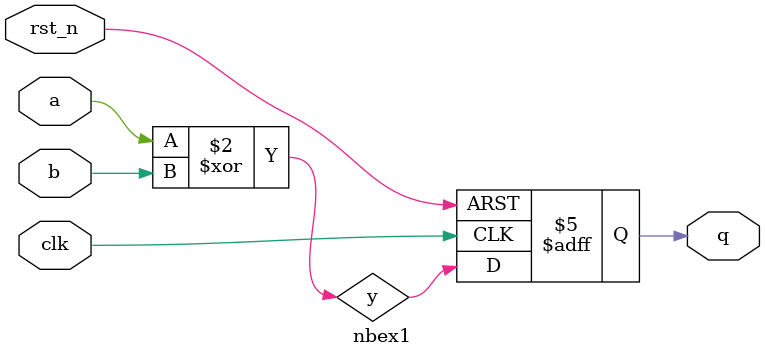
<source format=v>
    module nbex2 (q, a, b, clk, rst_n);
      output q; 
      input  clk, rst_n; 
      input  a, b; 
      reg    q; 
 
      always @(posedge clk or negedge rst_n) 
        if (!rst_n) q <= 1'b0; // Ê±ÐòÂß¼­ 
        else        q <= a ^ b;// Òì»ò£¬Îª×éºÏÂß¼­ 
    endmodule 
     module nbex1 (q, a, b, clk, rst_n);
      output q; 
      input  clk, rst_n; 
      input  a, b; 
      reg    q, y; 
 
      always @(a or b) 
        y = a ^ b; 
 
      always @(posedge clk or negedge rst_n) 
        if (!rst_n) q <= 1'b0; 
        else        q <= y; 
    endmodule 
    
</source>
